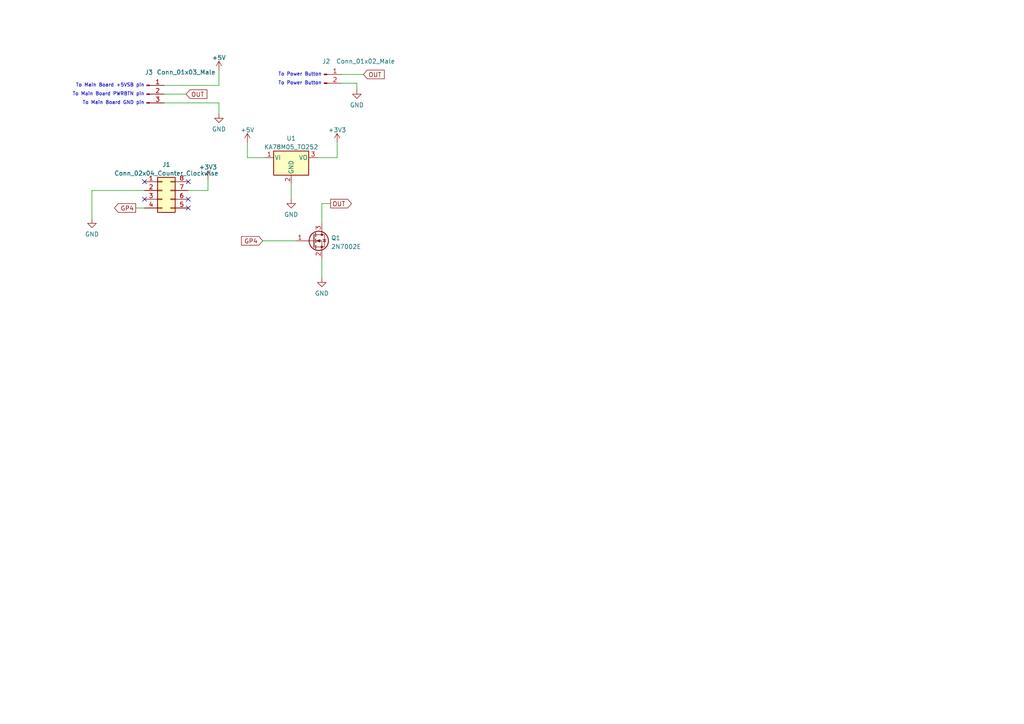
<source format=kicad_sch>
(kicad_sch (version 20211123) (generator eeschema)
  (paper "A4")
  (lib_symbols
    (symbol "Connector:Conn_01x02_Male" (pin_names (offset 1.016) hide)
      (property "Reference" "J" (at 0 2.54 0))
      (property "Value" "Conn_01x02_Male" (at 0 -5.08 0))
      (symbol "Conn_01x02_Male_1_1"
        (polyline (pts (xy 1.27 -2.54) (xy 0.8636 -2.54)) (stroke (width 0.1524)))
        (polyline (pts (xy 1.27 0) (xy 0.8636 0)) (stroke (width 0.1524)))
        (rectangle (start 0.8636 -2.413) (end 0 -2.667) (stroke (width 0.1524)) (fill (type outline)))
        (rectangle (start 0.8636 0.127) (end 0 -0.127) (stroke (width 0.1524)) (fill (type outline)))
        (pin passive line (at 5.08 0 180) (length 3.81) (name "Pin_1") (number "1"))
        (pin passive line (at 5.08 -2.54 180) (length 3.81) (name "Pin_2") (number "2"))
      )
    )
    (symbol "Connector:Conn_01x03_Male" (pin_names (offset 1.016) hide)
      (property "Reference" "J" (at 0 5.08 0))
      (property "Value" "Conn_01x03_Male" (at 0 -5.08 0))
      (symbol "Conn_01x03_Male_1_1"
        (polyline (pts (xy 1.27 -2.54) (xy 0.8636 -2.54)) (stroke (width 0.1524)))
        (polyline (pts (xy 1.27 0) (xy 0.8636 0)) (stroke (width 0.1524)))
        (polyline (pts (xy 1.27 2.54) (xy 0.8636 2.54)) (stroke (width 0.1524)))
        (rectangle (start 0.8636 -2.413) (end 0 -2.667) (stroke (width 0.1524)) (fill (type outline)))
        (rectangle (start 0.8636 0.127) (end 0 -0.127) (stroke (width 0.1524)) (fill (type outline)))
        (rectangle (start 0.8636 2.667) (end 0 2.413) (stroke (width 0.1524)) (fill (type outline)))
        (pin passive line (at 5.08 2.54 180) (length 3.81) (name "Pin_1") (number "1"))
        (pin passive line (at 5.08 0 180) (length 3.81) (name "Pin_2") (number "2"))
        (pin passive line (at 5.08 -2.54 180) (length 3.81) (name "Pin_3") (number "3"))
      )
    )
    (symbol "Connector_Generic:Conn_02x04_Counter_Clockwise" (pin_names (offset 1.016) hide)
      (property "Reference" "J" (at 1.27 5.08 0))
      (property "Value" "Conn_02x04_Counter_Clockwise" (at 1.27 -7.62 0))
      (symbol "Conn_02x04_Counter_Clockwise_1_1"
        (rectangle (start -1.27 -4.953) (end 0 -5.207) (stroke (width 0.1524)))
        (rectangle (start -1.27 -2.413) (end 0 -2.667) (stroke (width 0.1524)))
        (rectangle (start -1.27 0.127) (end 0 -0.127) (stroke (width 0.1524)))
        (rectangle (start -1.27 2.667) (end 0 2.413) (stroke (width 0.1524)))
        (rectangle (start -1.27 3.81) (end 3.81 -6.35) (stroke (width 0.254)) (fill (type background)))
        (rectangle (start 3.81 -4.953) (end 2.54 -5.207) (stroke (width 0.1524)))
        (rectangle (start 3.81 -2.413) (end 2.54 -2.667) (stroke (width 0.1524)))
        (rectangle (start 3.81 0.127) (end 2.54 -0.127) (stroke (width 0.1524)))
        (rectangle (start 3.81 2.667) (end 2.54 2.413) (stroke (width 0.1524)))
        (pin passive line (at -5.08 2.54 0) (length 3.81) (name "Pin_1") (number "1"))
        (pin passive line (at -5.08 0 0) (length 3.81) (name "Pin_2") (number "2"))
        (pin passive line (at -5.08 -2.54 0) (length 3.81) (name "Pin_3") (number "3"))
        (pin passive line (at -5.08 -5.08 0) (length 3.81) (name "Pin_4") (number "4"))
        (pin passive line (at 7.62 -5.08 180) (length 3.81) (name "Pin_5") (number "5"))
        (pin passive line (at 7.62 -2.54 180) (length 3.81) (name "Pin_6") (number "6"))
        (pin passive line (at 7.62 0 180) (length 3.81) (name "Pin_7") (number "7"))
        (pin passive line (at 7.62 2.54 180) (length 3.81) (name "Pin_8") (number "8"))
      )
    )
    (symbol "Regulator_Linear:KA78M05_TO252" (pin_names (offset 0.254))
      (property "Reference" "U" (at -3.81 3.175 0))
      (property "Value" "KA78M05_TO252" (at 0 3.175 0))
      (symbol "KA78M05_TO252_0_1"
        (rectangle (start -5.08 1.905) (end 5.08 -5.08) (stroke (width 0.254)) (fill (type background)))
      )
      (symbol "KA78M05_TO252_1_1"
        (pin power_in line (at -7.62 0 0) (length 2.54) (name "VI") (number "1"))
        (pin power_in line (at 0 -7.62 90) (length 2.54) (name "GND") (number "2"))
        (pin power_out line (at 7.62 0 180) (length 2.54) (name "VO") (number "3"))
      )
    )
    (symbol "Transistor_FET:2N7002E" (pin_names hide)
      (property "Reference" "Q" (at 5.08 1.905 0))
      (property "Value" "2N7002E" (at 5.08 0 0))
      (symbol "2N7002E_0_1"
        (polyline (pts (xy 0.254 0) (xy -2.54 0)))
        (polyline (pts (xy 0.254 1.905) (xy 0.254 -1.905)) (stroke (width 0.254)))
        (polyline (pts (xy 0.762 -1.27) (xy 0.762 -2.286)) (stroke (width 0.254)))
        (polyline (pts (xy 0.762 0.508) (xy 0.762 -0.508)) (stroke (width 0.254)))
        (polyline (pts (xy 0.762 2.286) (xy 0.762 1.27)) (stroke (width 0.254)))
        (polyline (pts (xy 2.54 2.54) (xy 2.54 1.778)))
        (polyline (pts (xy 2.54 -2.54) (xy 2.54 0) (xy 0.762 0)))
        (polyline (pts (xy 0.762 -1.778) (xy 3.302 -1.778) (xy 3.302 1.778) (xy 0.762 1.778)))
        (polyline (pts (xy 1.016 0) (xy 2.032 0.381) (xy 2.032 -0.381) (xy 1.016 0)) (fill (type outline)))
        (polyline (pts (xy 2.794 0.508) (xy 2.921 0.381) (xy 3.683 0.381) (xy 3.81 0.254)))
        (polyline (pts (xy 3.302 0.381) (xy 2.921 -0.254) (xy 3.683 -0.254) (xy 3.302 0.381)))
        (circle (center 1.651 0) (radius 2.794) (stroke (width 0.254)))
        (circle (center 2.54 -1.778) (radius 0.254) (fill (type outline)))
        (circle (center 2.54 1.778) (radius 0.254) (fill (type outline)))
      )
      (symbol "2N7002E_1_1"
        (pin input line (at -5.08 0 0) (length 2.54) (name "G") (number "1"))
        (pin passive line (at 2.54 -5.08 90) (length 2.54) (name "S") (number "2"))
        (pin passive line (at 2.54 5.08 270) (length 2.54) (name "D") (number "3"))
      )
    )
    (symbol "power:+3.3V" (power) (pin_names (offset 0))
      (property "Value" "+3.3V" (at 0 3.556 0))
      (symbol "+3.3V_0_1"
        (polyline (pts (xy -0.762 1.27) (xy 0 2.54)))
        (polyline (pts (xy 0 0) (xy 0 2.54)))
        (polyline (pts (xy 0 2.54) (xy 0.762 1.27)))
      )
      (symbol "+3.3V_1_1"
        (pin power_in line (at 0 0 90) (length 0) hide (name "+3V3") (number "1"))
      )
    )
    (symbol "power:+5V" (power) (pin_names (offset 0))
      (property "Value" "+5V" (at 0 3.556 0))
      (symbol "+5V_0_1"
        (polyline (pts (xy -0.762 1.27) (xy 0 2.54)))
        (polyline (pts (xy 0 0) (xy 0 2.54)))
        (polyline (pts (xy 0 2.54) (xy 0.762 1.27)))
      )
      (symbol "+5V_1_1"
        (pin power_in line (at 0 0 90) (length 0) hide (name "+5V") (number "1"))
      )
    )
    (symbol "power:GND" (power) (pin_names (offset 0))
      (property "Value" "GND" (at 0 -3.81 0))
      (symbol "GND_0_1"
        (polyline (pts (xy 0 0) (xy 0 -1.27) (xy 1.27 -1.27) (xy 0 -2.54) (xy -1.27 -1.27) (xy 0 -1.27)))
      )
      (symbol "GND_1_1"
        (pin power_in line (at 0 0 270) (length 0) hide (name "GND") (number "1"))
      )
    )
  )
  (no_connect (at 54.61 60.325))
  (no_connect (at 41.91 52.705))
  (no_connect (at 54.61 52.705))
  (no_connect (at 54.61 57.785))
  (no_connect (at 41.91 57.785))
  (wire (pts (xy 76.2 69.85) (xy 85.725 69.85)))
  (wire (pts (xy 103.505 24.13) (xy 99.06 24.13)))
  (wire (pts (xy 60.325 52.07) (xy 60.325 55.245)))
  (wire (pts (xy 54.61 55.245) (xy 60.325 55.245)))
  (wire (pts (xy 99.06 21.59) (xy 105.41 21.59)))
  (wire (pts (xy 47.625 27.305) (xy 53.975 27.305)))
  (wire (pts (xy 84.455 53.34) (xy 84.455 57.785)))
  (wire (pts (xy 63.5 29.845) (xy 63.5 33.02)))
  (wire (pts (xy 47.625 24.765) (xy 63.5 24.765)))
  (wire (pts (xy 76.835 45.72) (xy 71.755 45.72)))
  (wire (pts (xy 93.345 59.055) (xy 95.885 59.055)))
  (wire (pts (xy 39.37 60.325) (xy 41.91 60.325)))
  (wire (pts (xy 63.5 24.765) (xy 63.5 20.32)))
  (wire (pts (xy 41.91 55.245) (xy 26.67 55.245)))
  (wire (pts (xy 97.79 41.275) (xy 97.79 45.72)))
  (wire (pts (xy 103.505 26.035) (xy 103.505 24.13)))
  (wire (pts (xy 93.345 64.77) (xy 93.345 59.055)))
  (wire (pts (xy 26.67 55.245) (xy 26.67 63.5)))
  (wire (pts (xy 93.345 74.93) (xy 93.345 80.645)))
  (wire (pts (xy 97.79 45.72) (xy 92.075 45.72)))
  (wire (pts (xy 71.755 45.72) (xy 71.755 41.275)))
  (wire (pts (xy 47.625 29.845) (xy 63.5 29.845)))
  (text "To Main Board GND pin" (at 41.91 30.48 180) (effects (font (size 1 1)) (justify right bottom)))
  (text "To Main Board PWRBTN pin" (at 41.91 27.94 180) (effects (font (size 1 1)) (justify right bottom)))
  (text "To Power Button" (at 93.345 22.225 180) (effects (font (size 1 1)) (justify right bottom)))
  (text "To Main Board +5VSB pin" (at 41.91 25.4 180) (effects (font (size 1 1)) (justify right bottom)))
  (text "To Power Button" (at 93.345 24.765 180) (effects (font (size 1 1)) (justify right bottom)))
  (global_label "OUT" (shape output) (at 95.885 59.055 0) (property "Intersheet References" "${INTERSHEET_REFS}" (effects hide)))
  (global_label "OUT" (shape input) (at 53.975 27.305 0) (property "Intersheet References" "${INTERSHEET_REFS}" (effects hide)))
  (global_label "OUT" (shape input) (at 105.41 21.59 0) (property "Intersheet References" "${INTERSHEET_REFS}" (effects hide)))
  (global_label "GP4" (shape input) (at 76.2 69.85 180) (property "Intersheet References" "${INTERSHEET_REFS}" (effects hide)))
  (global_label "GP4" (shape output) (at 39.37 60.325 180) (property "Intersheet References" "${INTERSHEET_REFS}" (effects hide)))
  (symbol (lib_id "Connector:Conn_01x02_Male") (at 93.98 21.59 0) (unit 1)
    (property "Reference" "J2" (at 94.615 17.814 0))
    (property "Value" "Conn_01x02_Male" (at 106.045 17.78 0))
    (property "Footprint" "Connector_PinHeader_2.54mm:PinHeader_1x02_P2.54mm_Horizontal" (effects hide))
  )
  (symbol (lib_id "power:GND") (at 26.67 63.5 0) (unit 1)
    (property "Reference" "#PWR0108" (effects hide))
    (property "Value" "GND" (at 26.67 67.9434 0))
  )
  (symbol (lib_id "power:+3.3V") (at 60.325 52.07 0) (unit 1)
    (property "Reference" "#PWR0101" (effects hide))
    (property "Value" "+3.3V" (at 60.325 48.4942 0))
  )
  (symbol (lib_id "power:+3.3V") (at 97.79 41.275 0) (unit 1)
    (property "Reference" "#PWR0109" (effects hide))
    (property "Value" "+3.3V" (at 97.79 37.6992 0))
  )
  (symbol (lib_id "Connector:Conn_01x03_Male") (at 42.545 27.305 0) (unit 1)
    (property "Reference" "J3" (at 43.18 20.989 0))
    (property "Value" "Conn_01x03_Male" (at 53.975 20.955 0))
    (property "Footprint" "Connector_PinHeader_2.54mm:PinHeader_1x03_P2.54mm_Horizontal" (effects hide))
  )
  (symbol (lib_id "power:+5V") (at 71.755 41.275 0) (unit 1)
    (property "Reference" "#PWR0106" (effects hide))
    (property "Value" "+5V" (at 71.755 37.6992 0))
  )
  (symbol (lib_id "Connector_Generic:Conn_02x04_Counter_Clockwise") (at 46.99 55.245 0) (unit 1)
    (property "Reference" "J1" (at 48.26 47.7352 0))
    (property "Value" "Conn_02x04_Counter_Clockwise" (at 48.26 50.2721 0))
    (property "Footprint" "Connector_PinSocket_2.54mm:PinSocket_2x04_P2.54mm_Vertical" (effects hide))
  )
  (symbol (lib_id "power:GND") (at 63.5 33.02 0) (unit 1)
    (property "Reference" "#PWR0104" (effects hide))
    (property "Value" "GND" (at 63.5 37.4634 0))
  )
  (symbol (lib_id "Transistor_FET:2N7002E") (at 90.805 69.85 0) (unit 1)
    (property "Reference" "Q1" (at 96.012 69.0153 0) (effects (justify left)))
    (property "Value" "2N7002E" (at 96.012 71.5522 0) (effects (justify left)))
    (property "Footprint" "Package_TO_SOT_SMD:SOT-23" (effects hide))
    (property "Datasheet" "http://www.diodes.com/assets/Datasheets/ds30376.pdf" (effects hide))
  )
  (symbol (lib_id "power:GND") (at 103.505 26.035 0) (unit 1)
    (property "Reference" "#PWR0103" (effects hide))
    (property "Value" "GND" (at 103.505 30.4784 0))
  )
  (symbol (lib_id "power:GND") (at 93.345 80.645 0) (unit 1)
    (property "Reference" "#PWR0105" (effects hide))
    (property "Value" "GND" (at 93.345 85.0884 0))
  )
  (symbol (lib_id "power:GND") (at 84.455 57.785 0) (unit 1)
    (property "Reference" "#PWR0107" (effects hide))
    (property "Value" "GND" (at 84.455 62.2284 0))
  )
  (symbol (lib_id "Regulator_Linear:KA78M05_TO252") (at 84.455 45.72 0) (unit 1)
    (property "Reference" "U1" (at 84.455 40.1152 0))
    (property "Value" "KA78M05_TO252" (at 84.455 42.6521 0))
    (property "Footprint" "Package_TO_SOT_SMD:SOT-223-3_TabPin2" (effects hide))
    (property "Datasheet" "https://www.onsemi.com/pub/Collateral/MC78M00-D.PDF" (effects hide))
  )
  (symbol (lib_id "power:+5V") (at 63.5 20.32 0) (unit 1)
    (property "Reference" "#PWR0102" (effects hide))
    (property "Value" "+5V" (at 63.5 16.7442 0))
  )
)
</source>
